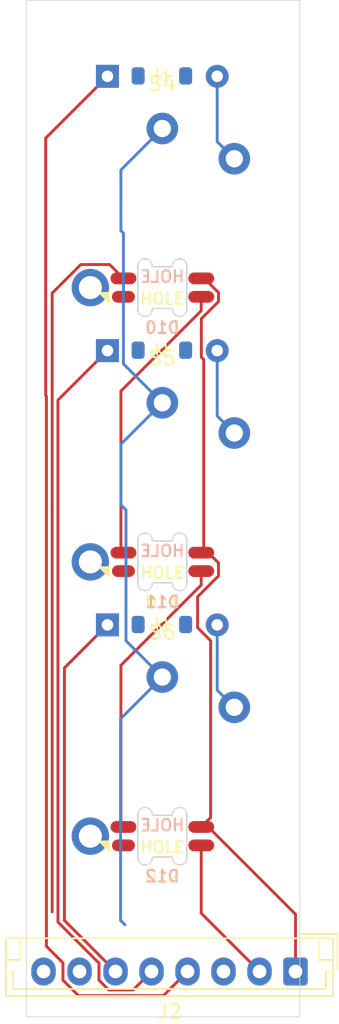
<source format=kicad_pcb>
(kicad_pcb (version 20241229) (generator "pcbnew") (generator_version "9.0")
  (layers (0 "F.Cu" signal) (2 "B.Cu" signal) (13 "F.Paste" user) (15 "B.Paste" user) (5 "F.SilkS" user "F.Silkscreen") (7 "B.SilkS" user "B.Silkscreen") (1 "F.Mask" user) (3 "B.Mask" user) (25 "Edge.Cuts" user))
  (net 0 "")
  (net 1 "Net-(D7-K)")
  (net 2 "Net-(D7-A)")
  (net 3 "Net-(D8-K)")
  (net 4 "Net-(D8-A)")
  (net 5 "Net-(D9-A)")
  (net 6 "Net-(D9-K)")
  (net 7 "Net-(D10-VSS)")
  (net 8 "Net-(D10-VDD)")
  (net 9 "Net-(D10-DOUT)")
  (net 10 "Net-(D10-DIN)")
  (net 11 "Net-(D11-DOUT)")
  (net 12 "Net-(D12-DOUT)")
  (net 13 "Net-(J2-Pad7)")
  (footprint "Library:DualDiode" (layer "F.Cu") (at 67.44 78.675)
    (property "Reference" "D8" (hide yes))
    (property "Value" "Diode" (hide yes))
    (fp_line (start 3.06 0) (end 3.46 0) (stroke (width 0.1)) (layer "F.SilkS"))
    (fp_line (start 3.46 -0.55) (end 3.46 0.55) (stroke (width 0.1)) (layer "F.SilkS"))
    (fp_line (start 3.46 0) (end 4.06 -0.4) (stroke (width 0.1)) (layer "F.SilkS"))
    (fp_line (start 4.06 -0.4) (end 4.06 0.4) (stroke (width 0.1)) (layer "F.SilkS"))
    (fp_line (start 4.06 0) (end 4.56 0) (stroke (width 0.1)) (layer "F.SilkS"))
    (fp_line (start 4.06 0.4) (end 3.46 0) (stroke (width 0.1)) (layer "F.SilkS"))
    (pad "1" thru_hole rect (at 0 0) (size 1.6 1.6) (drill 0.8) (layers "*.Cu" "*.Mask") (net 3 "Net-(D8-K)"))
    (pad "1" smd roundrect (at 2.127464 -0.026164) (size 0.9 1.2) (layers "F.Cu" "F.Mask" "F.Paste") (net 3 "Net-(D8-K)"))
    (pad "1" smd roundrect (at 2.127464 -0.026164) (size 0.9 1.2) (layers "F.Mask" "B.Cu" "F.Paste") (net 3 "Net-(D8-K)"))
    (pad "2" smd roundrect (at 5.427464 -0.026164) (size 0.9 1.2) (layers "F.Cu" "F.Mask" "F.Paste") (net 4 "Net-(D8-A)"))
    (pad "2" smd roundrect (at 5.427464 -0.026164) (size 0.9 1.2) (layers "F.Mask" "B.Cu" "F.Paste") (net 4 "Net-(D8-A)"))
    (pad "2" thru_hole oval (at 7.62 0) (size 1.6 1.6) (drill 0.8) (layers "*.Cu" "*.Mask") (net 4 "Net-(D8-A)"))
  )
  (footprint "Library:SK6812Mini-E" (layer "F.Cu") (at 71.25 93.35)
    (property "Reference" "D11")
    (property "Value" "LED_SK6812MINI")
    (fp_poly (pts (xy -4.318 0.381) (xy -3.683 0.381) (xy -3.683 1.016)) (stroke (width 0.16)) (fill yes) (layer "F.SilkS"))
    (fp_line (start -1.7 -1.5) (end -1.7 1.5) (stroke (width 0.1)) (layer "Edge.Cuts"))
    (fp_line (start -0.65 -1.45) (end 0.65 -1.45) (stroke (width 0.1)) (layer "Edge.Cuts"))
    (fp_line (start -0.65 1.45) (end 0.65 1.45) (stroke (width 0.1)) (layer "Edge.Cuts"))
    (fp_line (start 1.7 1.5) (end 1.7 -1.5) (stroke (width 0.1)) (layer "Edge.Cuts"))
    (fp_arc (start -1.7 -1.5) (mid -1.2 -2) (end -0.7 -1.5) (stroke (width 0.1)) (layer "Edge.Cuts"))
    (fp_arc (start -0.7 1.5) (mid -1.2 2) (end -1.7 1.5) (stroke (width 0.1)) (layer "Edge.Cuts"))
    (fp_arc (start -0.7 1.5) (mid -0.685355 1.464645) (end -0.65 1.45) (stroke (width 0.1)) (layer "Edge.Cuts"))
    (fp_arc (start -0.65 -1.45) (mid -0.685355 -1.464645) (end -0.7 -1.5) (stroke (width 0.1)) (layer "Edge.Cuts"))
    (fp_arc (start 0.65 1.45) (mid 0.685355 1.464645) (end 0.7 1.5) (stroke (width 0.1)) (layer "Edge.Cuts"))
    (fp_arc (start 0.7 -1.5) (mid 0.685355 -1.464645) (end 0.65 -1.45) (stroke (width 0.1)) (layer "Edge.Cuts"))
    (fp_arc (start 0.7 -1.5) (mid 1.2 -2) (end 1.7 -1.5) (stroke (width 0.1)) (layer "Edge.Cuts"))
    (fp_arc (start 1.7 1.5) (mid 1.2 2) (end 0.7 1.5) (stroke (width 0.1)) (layer "Edge.Cuts"))
    (fp_text user "${REFERENCE}" (at 0 2.781 0) (layer "F.SilkS") (effects (font (size 0.8128 0.8128) (thickness 0.1524))))
    (fp_text user "HOLE" (at 0 0.762 0) (layer "F.SilkS") (effects (font (size 0.8 0.8))))
    (fp_text user "${REFERENCE}" (at 0 2.781 0) (layer "B.SilkS") (effects (font (size 0.8128 0.8128) (thickness 0.1524)) (justify mirror)))
    (fp_text user "HOLE" (at 0 -0.762 0) (layer "B.SilkS") (effects (font (size 0.8 0.8)) (justify mirror)))
    (pad "1" smd oval (at 2.7 -0.64) (size 1.8 0.82) (layers "F.Cu" "F.Mask" "F.Paste") (net 8 "Net-(D10-VDD)") (thermal_gap 0.2))
    (pad "2" smd oval (at 2.7 0.64) (size 1.8 0.82) (layers "F.Cu" "F.Mask" "F.Paste") (net 11 "Net-(D11-DOUT)") (thermal_gap 0.2))
    (pad "3" smd oval (at -2.7 0.64) (size 1.6 0.82) (layers "F.Cu" "F.Mask" "F.Paste") (net 7 "Net-(D10-VSS)") (thermal_gap 0.2))
    (pad "4" smd oval (at -2.7 -0.64) (size 1.8 0.82) (layers "F.Cu" "F.Mask" "F.Paste") (net 9 "Net-(D10-DOUT)") (thermal_gap 0.2))
  )
  (footprint "Library:Choc_V1V2_1.00u" (layer "F.Cu") (at 71.25 69.15)
    (property "Reference" "S4" (at 0 -9 0) (layer "F.SilkS"))
    (property "Value" "Keyswitch")
    (pad "" np_thru_hole circle (at -5.5 0) (size 1.9 1.9) (drill 1.9) (layers "*.Cu" "*.Mask"))
    (pad "" thru_hole circle (at -5 5.15) (size 2.6 2.6) (drill 1.6) (layers "*.Cu" "*.Mask"))
    (pad "" np_thru_hole circle (at 0 0) (size 5.05 5.05) (drill 5.05) (layers "*.Cu" "*.Mask"))
    (pad "" np_thru_hole circle (at 5.5 0) (size 1.9 1.9) (drill 1.9) (layers "*.Cu" "*.Mask"))
    (pad "1" thru_hole circle (at 0 -5.9) (size 2.2 2.2) (drill 1.2) (layers "*.Cu" "*.Mask") (net 13 "Net-(J2-Pad7)"))
    (pad "2" thru_hole circle (at 5 -3.8) (size 2.2 2.2) (drill 1.2) (layers "*.Cu" "*.Mask") (net 2 "Net-(D7-A)"))
  )
  (footprint "Library:SK6812Mini-E" (layer "F.Cu") (at 71.25 74.3)
    (property "Reference" "D10")
    (property "Value" "LED_SK6812MINI")
    (fp_poly (pts (xy -4.318 0.381) (xy -3.683 0.381) (xy -3.683 1.016)) (stroke (width 0.16)) (fill yes) (layer "F.SilkS"))
    (fp_line (start -1.7 -1.5) (end -1.7 1.5) (stroke (width 0.1)) (layer "Edge.Cuts"))
    (fp_line (start -0.65 -1.45) (end 0.65 -1.45) (stroke (width 0.1)) (layer "Edge.Cuts"))
    (fp_line (start -0.65 1.45) (end 0.65 1.45) (stroke (width 0.1)) (layer "Edge.Cuts"))
    (fp_line (start 1.7 1.5) (end 1.7 -1.5) (stroke (width 0.1)) (layer "Edge.Cuts"))
    (fp_arc (start -1.7 -1.5) (mid -1.2 -2) (end -0.7 -1.5) (stroke (width 0.1)) (layer "Edge.Cuts"))
    (fp_arc (start -0.7 1.5) (mid -1.2 2) (end -1.7 1.5) (stroke (width 0.1)) (layer "Edge.Cuts"))
    (fp_arc (start -0.7 1.5) (mid -0.685355 1.464645) (end -0.65 1.45) (stroke (width 0.1)) (layer "Edge.Cuts"))
    (fp_arc (start -0.65 -1.45) (mid -0.685355 -1.464645) (end -0.7 -1.5) (stroke (width 0.1)) (layer "Edge.Cuts"))
    (fp_arc (start 0.65 1.45) (mid 0.685355 1.464645) (end 0.7 1.5) (stroke (width 0.1)) (layer "Edge.Cuts"))
    (fp_arc (start 0.7 -1.5) (mid 0.685355 -1.464645) (end 0.65 -1.45) (stroke (width 0.1)) (layer "Edge.Cuts"))
    (fp_arc (start 0.7 -1.5) (mid 1.2 -2) (end 1.7 -1.5) (stroke (width 0.1)) (layer "Edge.Cuts"))
    (fp_arc (start 1.7 1.5) (mid 1.2 2) (end 0.7 1.5) (stroke (width 0.1)) (layer "Edge.Cuts"))
    (fp_text user "HOLE" (at 0 0.762 0) (layer "F.SilkS") (effects (font (size 0.8 0.8))))
    (fp_text user "${REFERENCE}" (at 0 2.781 0) (layer "F.SilkS") (effects (font (size 0.8128 0.8128) (thickness 0.1524))))
    (fp_text user "${REFERENCE}" (at 0 2.781 0) (layer "B.SilkS") (effects (font (size 0.8128 0.8128) (thickness 0.1524)) (justify mirror)))
    (fp_text user "HOLE" (at 0 -0.762 0) (layer "B.SilkS") (effects (font (size 0.8 0.8)) (justify mirror)))
    (pad "1" smd oval (at 2.7 -0.64) (size 1.8 0.82) (layers "F.Cu" "F.Mask" "F.Paste") (net 8 "Net-(D10-VDD)") (thermal_gap 0.2))
    (pad "2" smd oval (at 2.7 0.64) (size 1.8 0.82) (layers "F.Cu" "F.Mask" "F.Paste") (net 9 "Net-(D10-DOUT)") (thermal_gap 0.2))
    (pad "3" smd oval (at -2.7 0.64) (size 1.6 0.82) (layers "F.Cu" "F.Mask" "F.Paste") (net 7 "Net-(D10-VSS)") (thermal_gap 0.2))
    (pad "4" smd oval (at -2.7 -0.64) (size 1.8 0.82) (layers "F.Cu" "F.Mask" "F.Paste") (net 10 "Net-(D10-DIN)") (thermal_gap 0.2))
  )
  (footprint "Connector_JST:JST_EH_B8B-EH-A_1x08_P2.50mm_Vertical" (layer "F.Cu") (at 80.5 121.8 180)
    (property "Reference" "J2" (at 8.75 -2.8 0) (layer "F.SilkS"))
    (property "Value" "JST_08")
    (fp_line (start 20.11 2.31) (end 20.11 -1.71) (stroke (width 0.12)) (layer "F.SilkS"))
    (fp_line (start 20.11 0.81) (end 19.11 0.81) (stroke (width 0.12)) (layer "F.SilkS"))
    (fp_line (start 20.11 -1.71) (end -2.61 -1.71) (stroke (width 0.12)) (layer "F.SilkS"))
    (fp_line (start 19.61 0) (end 20.11 0) (stroke (width 0.12)) (layer "F.SilkS"))
    (fp_line (start 19.61 -1.21) (end 19.61 0) (stroke (width 0.12)) (layer "F.SilkS"))
    (fp_line (start 19.11 0.81) (end 19.11 2.31) (stroke (width 0.12)) (layer "F.SilkS"))
    (fp_line (start -1.61 0.81) (end -1.61 2.31) (stroke (width 0.12)) (layer "F.SilkS"))
    (fp_line (start -2.11 0) (end -2.11 -1.21) (stroke (width 0.12)) (layer "F.SilkS"))
    (fp_line (start -2.11 -1.21) (end 19.61 -1.21) (stroke (width 0.12)) (layer "F.SilkS"))
    (fp_line (start -2.61 2.31) (end 20.11 2.31) (stroke (width 0.12)) (layer "F.SilkS"))
    (fp_line (start -2.61 0.81) (end -1.61 0.81) (stroke (width 0.12)) (layer "F.SilkS"))
    (fp_line (start -2.61 0) (end -2.11 0) (stroke (width 0.12)) (layer "F.SilkS"))
    (fp_line (start -2.61 -1.71) (end -2.61 2.31) (stroke (width 0.12)) (layer "F.SilkS"))
    (fp_line (start -2.91 2.61) (end -0.41 2.61) (stroke (width 0.12)) (layer "F.SilkS"))
    (fp_line (start -2.91 0.11) (end -2.91 2.61) (stroke (width 0.12)) (layer "F.SilkS"))
    (pad "1" thru_hole roundrect (at 0 0 180) (size 1.7 1.95) (drill 0.95) (layers "*.Cu" "*.Mask") (roundrect_rratio 0.147059) (net 8 "Net-(D10-VDD)"))
    (pad "2" thru_hole oval (at 2.5 0 180) (size 1.7 1.95) (drill 0.95) (layers "*.Cu" "*.Mask") (net 12 "Net-(D12-DOUT)"))
    (pad "3" thru_hole oval (at 5 0 180) (size 1.7 1.95) (drill 0.95) (layers "*.Cu" "*.Mask") (net 10 "Net-(D10-DIN)"))
    (pad "4" thru_hole oval (at 7.5 0 180) (size 1.7 1.95) (drill 0.95) (layers "*.Cu" "*.Mask") (net 1 "Net-(D7-K)"))
    (pad "5" thru_hole oval (at 10 0 180) (size 1.7 1.95) (drill 0.95) (layers "*.Cu" "*.Mask") (net 3 "Net-(D8-K)"))
    (pad "6" thru_hole oval (at 12.5 0 180) (size 1.7 1.95) (drill 0.95) (layers "*.Cu" "*.Mask") (net 6 "Net-(D9-K)"))
    (pad "7" thru_hole oval (at 15 0 180) (size 1.7 1.95) (drill 0.95) (layers "*.Cu" "*.Mask") (net 13 "Net-(J2-Pad7)"))
    (pad "8" thru_hole oval (at 17.5 0 180) (size 1.7 1.95) (drill 0.95) (layers "*.Cu" "*.Mask") (net 7 "Net-(D10-VSS)"))
  )
  (footprint "Library:Choc_V1V2_1.00u" (layer "F.Cu") (at 71.25 88.2)
    (property "Reference" "S5" (at 0 -9 0) (layer "F.SilkS"))
    (property "Value" "Keyswitch")
    (pad "" np_thru_hole circle (at -5.5 0) (size 1.9 1.9) (drill 1.9) (layers "*.Cu" "*.Mask"))
    (pad "" thru_hole circle (at -5 5.15) (size 2.6 2.6) (drill 1.6) (layers "*.Cu" "*.Mask"))
    (pad "" np_thru_hole circle (at 0 0) (size 5.05 5.05) (drill 5.05) (layers "*.Cu" "*.Mask"))
    (pad "" np_thru_hole circle (at 5.5 0) (size 1.9 1.9) (drill 1.9) (layers "*.Cu" "*.Mask"))
    (pad "1" thru_hole circle (at 0 -5.9) (size 2.2 2.2) (drill 1.2) (layers "*.Cu" "*.Mask") (net 13 "Net-(J2-Pad7)"))
    (pad "2" thru_hole circle (at 5 -3.8) (size 2.2 2.2) (drill 1.2) (layers "*.Cu" "*.Mask") (net 4 "Net-(D8-A)"))
  )
  (footprint "Library:SK6812Mini-E" (layer "F.Cu") (at 71.25 112.4)
    (property "Reference" "D12")
    (property "Value" "LED_SK6812MINI")
    (fp_poly (pts (xy -4.318 0.381) (xy -3.683 0.381) (xy -3.683 1.016)) (stroke (width 0.16)) (fill yes) (layer "F.SilkS"))
    (fp_line (start -1.7 -1.5) (end -1.7 1.5) (stroke (width 0.1)) (layer "Edge.Cuts"))
    (fp_line (start -0.65 -1.45) (end 0.65 -1.45) (stroke (width 0.1)) (layer "Edge.Cuts"))
    (fp_line (start -0.65 1.45) (end 0.65 1.45) (stroke (width 0.1)) (layer "Edge.Cuts"))
    (fp_line (start 1.7 1.5) (end 1.7 -1.5) (stroke (width 0.1)) (layer "Edge.Cuts"))
    (fp_arc (start -1.7 -1.5) (mid -1.2 -2) (end -0.7 -1.5) (stroke (width 0.1)) (layer "Edge.Cuts"))
    (fp_arc (start -0.7 1.5) (mid -1.2 2) (end -1.7 1.5) (stroke (width 0.1)) (layer "Edge.Cuts"))
    (fp_arc (start -0.7 1.5) (mid -0.685355 1.464645) (end -0.65 1.45) (stroke (width 0.1)) (layer "Edge.Cuts"))
    (fp_arc (start -0.65 -1.45) (mid -0.685355 -1.464645) (end -0.7 -1.5) (stroke (width 0.1)) (layer "Edge.Cuts"))
    (fp_arc (start 0.65 1.45) (mid 0.685355 1.464645) (end 0.7 1.5) (stroke (width 0.1)) (layer "Edge.Cuts"))
    (fp_arc (start 0.7 -1.5) (mid 0.685355 -1.464645) (end 0.65 -1.45) (stroke (width 0.1)) (layer "Edge.Cuts"))
    (fp_arc (start 0.7 -1.5) (mid 1.2 -2) (end 1.7 -1.5) (stroke (width 0.1)) (layer "Edge.Cuts"))
    (fp_arc (start 1.7 1.5) (mid 1.2 2) (end 0.7 1.5) (stroke (width 0.1)) (layer "Edge.Cuts"))
    (fp_text user "${REFERENCE}" (at 0 2.781 0) (layer "F.SilkS") (effects (font (size 0.8128 0.8128) (thickness 0.1524))))
    (fp_text user "HOLE" (at 0 0.762 0) (layer "F.SilkS") (effects (font (size 0.8 0.8))))
    (fp_text user "${REFERENCE}" (at 0 2.781 0) (layer "B.SilkS") (effects (font (size 0.8128 0.8128) (thickness 0.1524)) (justify mirror)))
    (fp_text user "HOLE" (at 0 -0.762 0) (layer "B.SilkS") (effects (font (size 0.8 0.8)) (justify mirror)))
    (pad "1" smd oval (at 2.7 -0.64) (size 1.8 0.82) (layers "F.Cu" "F.Mask" "F.Paste") (net 8 "Net-(D10-VDD)") (thermal_gap 0.2))
    (pad "2" smd oval (at 2.7 0.64) (size 1.8 0.82) (layers "F.Cu" "F.Mask" "F.Paste") (net 12 "Net-(D12-DOUT)") (thermal_gap 0.2))
    (pad "3" smd oval (at -2.7 0.64) (size 1.6 0.82) (layers "F.Cu" "F.Mask" "F.Paste") (net 7 "Net-(D10-VSS)") (thermal_gap 0.2))
    (pad "4" smd oval (at -2.7 -0.64) (size 1.8 0.82) (layers "F.Cu" "F.Mask" "F.Paste") (net 11 "Net-(D11-DOUT)") (thermal_gap 0.2))
  )
  (footprint "Library:DualDiode" (layer "F.Cu") (at 67.44 59.625)
    (property "Reference" "D7" (hide yes))
    (property "Value" "Diode" (hide yes))
    (fp_line (start 3.06 0) (end 3.46 0) (stroke (width 0.1)) (layer "F.SilkS"))
    (fp_line (start 3.46 -0.55) (end 3.46 0.55) (stroke (width 0.1)) (layer "F.SilkS"))
    (fp_line (start 3.46 0) (end 4.06 -0.4) (stroke (width 0.1)) (layer "F.SilkS"))
    (fp_line (start 4.06 -0.4) (end 4.06 0.4) (stroke (width 0.1)) (layer "F.SilkS"))
    (fp_line (start 4.06 0) (end 4.56 0) (stroke (width 0.1)) (layer "F.SilkS"))
    (fp_line (start 4.06 0.4) (end 3.46 0) (stroke (width 0.1)) (layer "F.SilkS"))
    (pad "1" thru_hole rect (at 0 0) (size 1.6 1.6) (drill 0.8) (layers "*.Cu" "*.Mask") (net 1 "Net-(D7-K)"))
    (pad "1" smd roundrect (at 2.127464 -0.026164) (size 0.9 1.2) (layers "F.Cu" "F.Mask" "F.Paste") (net 1 "Net-(D7-K)"))
    (pad "1" smd roundrect (at 2.127464 -0.026164) (size 0.9 1.2) (layers "F.Mask" "B.Cu" "F.Paste") (net 1 "Net-(D7-K)"))
    (pad "2" smd roundrect (at 5.427464 -0.026164) (size 0.9 1.2) (layers "F.Cu" "F.Mask" "F.Paste") (net 2 "Net-(D7-A)"))
    (pad "2" smd roundrect (at 5.427464 -0.026164) (size 0.9 1.2) (layers "F.Mask" "B.Cu" "F.Paste") (net 2 "Net-(D7-A)"))
    (pad "2" thru_hole oval (at 7.62 0) (size 1.6 1.6) (drill 0.8) (layers "*.Cu" "*.Mask") (net 2 "Net-(D7-A)"))
  )
  (footprint "Library:Choc_V1V2_1.00u" (layer "F.Cu") (at 71.25 107.25)
    (property "Reference" "S6" (at 0 -9 0) (layer "F.SilkS"))
    (property "Value" "Keyswitch")
    (pad "" np_thru_hole circle (at -5.5 0) (size 1.9 1.9) (drill 1.9) (layers "*.Cu" "*.Mask"))
    (pad "" thru_hole circle (at -5 5.15) (size 2.6 2.6) (drill 1.6) (layers "*.Cu" "*.Mask"))
    (pad "" np_thru_hole circle (at 0 0) (size 5.05 5.05) (drill 5.05) (layers "*.Cu" "*.Mask"))
    (pad "" np_thru_hole circle (at 5.5 0) (size 1.9 1.9) (drill 1.9) (layers "*.Cu" "*.Mask"))
    (pad "1" thru_hole circle (at 0 -5.9) (size 2.2 2.2) (drill 1.2) (layers "*.Cu" "*.Mask") (net 13 "Net-(J2-Pad7)"))
    (pad "2" thru_hole circle (at 5 -3.8) (size 2.2 2.2) (drill 1.2) (layers "*.Cu" "*.Mask") (net 5 "Net-(D9-A)"))
  )
  (footprint "Library:DualDiode" (layer "F.Cu") (at 67.44 97.725)
    (property "Reference" "D9" (hide yes))
    (property "Value" "Diode" (hide yes))
    (fp_line (start 3.06 0) (end 3.46 0) (stroke (width 0.1)) (layer "F.SilkS"))
    (fp_line (start 3.46 -0.55) (end 3.46 0.55) (stroke (width 0.1)) (layer "F.SilkS"))
    (fp_line (start 3.46 0) (end 4.06 -0.4) (stroke (width 0.1)) (layer "F.SilkS"))
    (fp_line (start 4.06 -0.4) (end 4.06 0.4) (stroke (width 0.1)) (layer "F.SilkS"))
    (fp_line (start 4.06 0) (end 4.56 0) (stroke (width 0.1)) (layer "F.SilkS"))
    (fp_line (start 4.06 0.4) (end 3.46 0) (stroke (width 0.1)) (layer "F.SilkS"))
    (pad "1" thru_hole rect (at 0 0) (size 1.6 1.6) (drill 0.8) (layers "*.Cu" "*.Mask") (net 6 "Net-(D9-K)"))
    (pad "1" smd roundrect (at 2.127464 -0.026164) (size 0.9 1.2) (layers "F.Cu" "F.Mask" "F.Paste") (net 6 "Net-(D9-K)"))
    (pad "1" smd roundrect (at 2.127464 -0.026164) (size 0.9 1.2) (layers "F.Mask" "B.Cu" "F.Paste") (net 6 "Net-(D9-K)"))
    (pad "2" smd roundrect (at 5.427464 -0.026164) (size 0.9 1.2) (layers "F.Cu" "F.Mask" "F.Paste") (net 5 "Net-(D9-A)"))
    (pad "2" smd roundrect (at 5.427464 -0.026164) (size 0.9 1.2) (layers "F.Mask" "B.Cu" "F.Paste") (net 5 "Net-(D9-A)"))
    (pad "2" thru_hole oval (at 7.62 0) (size 1.6 1.6) (drill 0.8) (layers "*.Cu" "*.Mask") (net 5 "Net-(D9-A)"))
  )
  (gr_rect (start 61.803741 54.35) (end 80.8 124.95) (stroke (width 0.05)) (fill no) (layer "Edge.Cuts"))
  (segment (start 65.42424 123.477) (end 71.323 123.477) (width 0.2) (layer "F.Cu") (net 1))
  (segment (start 63.198 81.848) (end 63.198 120.04724) (width 0.2) (layer "F.Cu") (net 1))
  (segment (start 63.198 120.04724) (end 64.349 121.19824) (width 0.2) (layer "F.Cu") (net 1))
  (segment (start 71.323 123.477) (end 73 121.8) (width 0.2) (layer "F.Cu") (net 1))
  (segment (start 63.15 81.8) (end 63.198 81.848) (width 0.2) (layer "F.Cu") (net 1))
  (segment (start 64.349 121.19824) (end 64.349 122.40176) (width 0.2) (layer "F.Cu") (net 1))
  (segment (start 64.349 122.40176) (end 65.42424 123.477) (width 0.2) (layer "F.Cu") (net 1))
  (segment (start 63.15 63.915) (end 63.15 81.8) (width 0.2) (layer "F.Cu") (net 1))
  (segment (start 67.44 59.625) (end 63.15 63.915) (width 0.2) (layer "F.Cu") (net 1))
  (segment (start 75.06 59.625) (end 75.06 64.16) (width 0.2) (layer "B.Cu") (net 2))
  (segment (start 75.06 64.16) (end 76.25 65.35) (width 0.2) (layer "B.Cu") (net 2))
  (segment (start 64 82.115) (end 64 118.3671) (width 0.2) (layer "F.Cu") (net 3))
  (segment (start 64 118.3671) (end 66.849 121.2161) (width 0.2) (layer "F.Cu") (net 3))
  (segment (start 69.224 123.076) (end 70.5 121.8) (width 0.2) (layer "F.Cu") (net 3))
  (segment (start 66.849 121.2161) (end 66.849 122.40176) (width 0.2) (layer "F.Cu") (net 3))
  (segment (start 67.52324 123.076) (end 69.224 123.076) (width 0.2) (layer "F.Cu") (net 3))
  (segment (start 67.44 78.675) (end 64 82.115) (width 0.2) (layer "F.Cu") (net 3))
  (segment (start 66.849 122.40176) (end 67.52324 123.076) (width 0.2) (layer "F.Cu") (net 3))
  (segment (start 75.06 83.21) (end 76.25 84.4) (width 0.2) (layer "B.Cu") (net 4))
  (segment (start 75.06 78.675) (end 75.06 83.21) (width 0.2) (layer "B.Cu") (net 4))
  (segment (start 75.06 97.725) (end 75.06 102.26) (width 0.2) (layer "B.Cu") (net 5))
  (segment (start 75.06 102.26) (end 76.25 103.45) (width 0.2) (layer "B.Cu") (net 5))
  (segment (start 67.44 97.725) (end 64.45 100.715) (width 0.2) (layer "F.Cu") (net 6))
  (segment (start 64.45 100.715) (end 64.45 118.25) (width 0.2) (layer "F.Cu") (net 6))
  (segment (start 64.45 118.25) (end 68 121.8) (width 0.2) (layer "F.Cu") (net 6))
  (segment (start 73.95 111.76) (end 74.60395 111.10605) (width 0.2) (layer "F.Cu") (net 8))
  (segment (start 74.126 79.29805) (end 73.959 79.13105) (width 0.2) (layer "F.Cu") (net 8))
  (segment (start 73.7 97.92205) (end 73.7 95.773922) (width 0.2) (layer "F.Cu") (net 8))
  (segment (start 74.165506 73.66) (end 73.95 73.66) (width 0.2) (layer "F.Cu") (net 8))
  (segment (start 74.60395 111.10605) (end 74.60395 98.826) (width 0.2) (layer "F.Cu") (net 8))
  (segment (start 73.7 95.773922) (end 75.151 94.322922) (width 0.2) (layer "F.Cu") (net 8))
  (segment (start 80.5 117.82) (end 80.5 121.8) (width 0.2) (layer "F.Cu") (net 8))
  (segment (start 75.151 93.421) (end 74.44 92.71) (width 0.2) (layer "F.Cu") (net 8))
  (segment (start 73.95 92.71) (end 74.126 92.534) (width 0.2) (layer "F.Cu") (net 8))
  (segment (start 73.95 111.76) (end 74.44 111.76) (width 0.2) (layer "F.Cu") (net 8))
  (segment (start 73.959 76.464922) (end 75.151 75.272922) (width 0.2) (layer "F.Cu") (net 8))
  (segment (start 75.151 74.645494) (end 74.165506 73.66) (width 0.2) (layer "F.Cu") (net 8))
  (segment (start 73.959 79.13105) (end 73.959 76.464922) (width 0.2) (layer "F.Cu") (net 8))
  (segment (start 74.60395 98.826) (end 73.7 97.92205) (width 0.2) (layer "F.Cu") (net 8))
  (segment (start 75.151 94.322922) (end 75.151 93.421) (width 0.2) (layer "F.Cu") (net 8))
  (segment (start 74.126 92.534) (end 74.126 79.29805) (width 0.2) (layer "F.Cu") (net 8))
  (segment (start 75.151 75.272922) (end 75.151 74.645494) (width 0.2) (layer "F.Cu") (net 8))
  (segment (start 74.44 111.76) (end 80.5 117.82) (width 0.2) (layer "F.Cu") (net 8))
  (segment (start 74.44 92.71) (end 73.95 92.71) (width 0.2) (layer "F.Cu") (net 8))
  (segment (start 68.374 92.534) (end 68.374 81.482822) (width 0.2) (layer "F.Cu") (net 9))
  (segment (start 68.374 81.482822) (end 73.95 75.906822) (width 0.2) (layer "F.Cu") (net 9))
  (segment (start 68.55 92.71) (end 68.374 92.534) (width 0.2) (layer "F.Cu") (net 9))
  (segment (start 73.95 75.906822) (end 73.95 74.94) (width 0.2) (layer "F.Cu") (net 9))
  (segment (start 63.599 89.55) (end 63.599 117.65) (width 0.2) (layer "F.Cu") (net 10))
  (segment (start 63.599 89.55) (end 63.599 89.65) (width 0.2) (layer "F.Cu") (net 10))
  (segment (start 67.589 72.699) (end 65.586844 72.699) (width 0.2) (layer "F.Cu") (net 10))
  (segment (start 65.586844 72.699) (end 63.599 74.686844) (width 0.2) (layer "F.Cu") (net 10))
  (segment (start 68.55 73.66) (end 67.589 72.699) (width 0.2) (layer "F.Cu") (net 10))
  (segment (start 63.599 74.686844) (end 63.599 89.55) (width 0.2) (layer "F.Cu") (net 10))
  (segment (start 68.374 111.584) (end 68.374 100.532822) (width 0.2) (layer "F.Cu") (net 11))
  (segment (start 73.95 94.956822) (end 73.95 93.99) (width 0.2) (layer "F.Cu") (net 11))
  (segment (start 68.374 100.532822) (end 73.95 94.956822) (width 0.2) (layer "F.Cu") (net 11))
  (segment (start 68.55 111.76) (end 68.374 111.584) (width 0.2) (layer "F.Cu") (net 11))
  (segment (start 73.95 113.04) (end 73.95 117.75) (width 0.2) (layer "F.Cu") (net 12))
  (segment (start 73.95 117.75) (end 78 121.8) (width 0.2) (layer "F.Cu") (net 12))
  (segment (start 68.374 89.391278) (end 68.374 85.176) (width 0.2) (layer "B.Cu") (net 13))
  (segment (start 68.35 104.25) (end 68.35 118.25) (width 0.2) (layer "B.Cu") (net 13))
  (segment (start 71.25 82.3) (end 68.55 79.6) (width 0.2) (layer "B.Cu") (net 13))
  (segment (start 68.374 70.341278) (end 68.374 66.126) (width 0.2) (layer "B.Cu") (net 13))
  (segment (start 71.25 101.35) (end 68.35 104.25) (width 0.2) (layer "B.Cu") (net 13))
  (segment (start 68.55 79.6) (end 68.55 70.517278) (width 0.2) (layer "B.Cu") (net 13))
  (segment (start 68.374 66.126) (end 71.25 63.25) (width 0.2) (layer "B.Cu") (net 13))
  (segment (start 68.55 70.517278) (end 68.374 70.341278) (width 0.2) (layer "B.Cu") (net 13))
  (segment (start 71.25 101.35) (end 68.726 98.826) (width 0.2) (layer "B.Cu") (net 13))
  (segment (start 68.35 118.25) (end 68.65 118.55) (width 0.2) (layer "B.Cu") (net 13))
  (segment (start 68.726 89.743278) (end 68.374 89.391278) (width 0.2) (layer "B.Cu") (net 13))
  (segment (start 68.374 85.176) (end 71.25 82.3) (width 0.2) (layer "B.Cu") (net 13))
  (segment (start 68.726 98.826) (end 68.726 89.743278) (width 0.2) (layer "B.Cu") (net 13))
)
</source>
